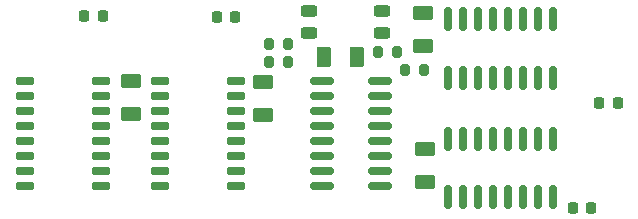
<source format=gbr>
G04 #@! TF.GenerationSoftware,KiCad,Pcbnew,6.0.11*
G04 #@! TF.CreationDate,2024-12-01T17:45:41+01:00*
G04 #@! TF.ProjectId,CCS_analog_mux-16in-18out,4343535f-616e-4616-9c6f-675f6d75782d,rev?*
G04 #@! TF.SameCoordinates,Original*
G04 #@! TF.FileFunction,Paste,Top*
G04 #@! TF.FilePolarity,Positive*
%FSLAX46Y46*%
G04 Gerber Fmt 4.6, Leading zero omitted, Abs format (unit mm)*
G04 Created by KiCad (PCBNEW 6.0.11) date 2024-12-01 17:45:41*
%MOMM*%
%LPD*%
G01*
G04 APERTURE LIST*
G04 Aperture macros list*
%AMRoundRect*
0 Rectangle with rounded corners*
0 $1 Rounding radius*
0 $2 $3 $4 $5 $6 $7 $8 $9 X,Y pos of 4 corners*
0 Add a 4 corners polygon primitive as box body*
4,1,4,$2,$3,$4,$5,$6,$7,$8,$9,$2,$3,0*
0 Add four circle primitives for the rounded corners*
1,1,$1+$1,$2,$3*
1,1,$1+$1,$4,$5*
1,1,$1+$1,$6,$7*
1,1,$1+$1,$8,$9*
0 Add four rect primitives between the rounded corners*
20,1,$1+$1,$2,$3,$4,$5,0*
20,1,$1+$1,$4,$5,$6,$7,0*
20,1,$1+$1,$6,$7,$8,$9,0*
20,1,$1+$1,$8,$9,$2,$3,0*%
G04 Aperture macros list end*
%ADD10RoundRect,0.200000X0.200000X0.275000X-0.200000X0.275000X-0.200000X-0.275000X0.200000X-0.275000X0*%
%ADD11RoundRect,0.200000X-0.200000X-0.275000X0.200000X-0.275000X0.200000X0.275000X-0.200000X0.275000X0*%
%ADD12RoundRect,0.243750X0.456250X-0.243750X0.456250X0.243750X-0.456250X0.243750X-0.456250X-0.243750X0*%
%ADD13RoundRect,0.150000X-0.825000X-0.150000X0.825000X-0.150000X0.825000X0.150000X-0.825000X0.150000X0*%
%ADD14RoundRect,0.150000X0.150000X-0.825000X0.150000X0.825000X-0.150000X0.825000X-0.150000X-0.825000X0*%
%ADD15RoundRect,0.250000X-0.625000X0.375000X-0.625000X-0.375000X0.625000X-0.375000X0.625000X0.375000X0*%
%ADD16RoundRect,0.150000X0.650000X0.150000X-0.650000X0.150000X-0.650000X-0.150000X0.650000X-0.150000X0*%
%ADD17RoundRect,0.218750X0.218750X0.256250X-0.218750X0.256250X-0.218750X-0.256250X0.218750X-0.256250X0*%
%ADD18RoundRect,0.250000X0.375000X0.625000X-0.375000X0.625000X-0.375000X-0.625000X0.375000X-0.625000X0*%
%ADD19RoundRect,0.250000X0.625000X-0.375000X0.625000X0.375000X-0.625000X0.375000X-0.625000X-0.375000X0*%
G04 APERTURE END LIST*
D10*
X68345000Y-38840000D03*
X66695000Y-38840000D03*
X70635000Y-40380000D03*
X68985000Y-40380000D03*
D11*
X57455000Y-39740000D03*
X59105000Y-39740000D03*
X57455000Y-38200000D03*
X59105000Y-38200000D03*
D12*
X67030000Y-37257500D03*
X67030000Y-35382500D03*
X60840000Y-35402500D03*
X60840000Y-37277500D03*
D13*
X61945000Y-41335000D03*
X61945000Y-42605000D03*
X61945000Y-43875000D03*
X61945000Y-45145000D03*
X61945000Y-46415000D03*
X61945000Y-47685000D03*
X61945000Y-48955000D03*
X61945000Y-50225000D03*
X66895000Y-50225000D03*
X66895000Y-48955000D03*
X66895000Y-47685000D03*
X66895000Y-46415000D03*
X66895000Y-45145000D03*
X66895000Y-43875000D03*
X66895000Y-42605000D03*
X66895000Y-41335000D03*
D14*
X72615500Y-36119500D03*
X73885500Y-36119500D03*
X75155500Y-36119500D03*
X76425500Y-36119500D03*
X77695500Y-36119500D03*
X78965500Y-36119500D03*
X80235500Y-36119500D03*
X81505500Y-36119500D03*
X81505500Y-41069500D03*
X80235500Y-41069500D03*
X78965500Y-41069500D03*
X77695500Y-41069500D03*
X76425500Y-41069500D03*
X75155500Y-41069500D03*
X73885500Y-41069500D03*
X72615500Y-41069500D03*
D15*
X70540000Y-38350000D03*
X70540000Y-35550000D03*
D16*
X48220000Y-50215000D03*
X48220000Y-48945000D03*
X48220000Y-47675000D03*
X48220000Y-46405000D03*
X48220000Y-45135000D03*
X48220000Y-43865000D03*
X48220000Y-42595000D03*
X48220000Y-41325000D03*
X54720000Y-41325000D03*
X54720000Y-42595000D03*
X54720000Y-43865000D03*
X54720000Y-45135000D03*
X54720000Y-46405000D03*
X54720000Y-47675000D03*
X54720000Y-48945000D03*
X54720000Y-50215000D03*
X36790000Y-50215000D03*
X36790000Y-48945000D03*
X36790000Y-47675000D03*
X36790000Y-46405000D03*
X36790000Y-45135000D03*
X36790000Y-43865000D03*
X36790000Y-42595000D03*
X36790000Y-41325000D03*
X43290000Y-41325000D03*
X43290000Y-42595000D03*
X43290000Y-43865000D03*
X43290000Y-45135000D03*
X43290000Y-46405000D03*
X43290000Y-47675000D03*
X43290000Y-48945000D03*
X43290000Y-50215000D03*
D14*
X72615500Y-46216000D03*
X73885500Y-46216000D03*
X75155500Y-46216000D03*
X76425500Y-46216000D03*
X77695500Y-46216000D03*
X78965500Y-46216000D03*
X80235500Y-46216000D03*
X81505500Y-46216000D03*
X81505500Y-51166000D03*
X80235500Y-51166000D03*
X78965500Y-51166000D03*
X77695500Y-51166000D03*
X76425500Y-51166000D03*
X75155500Y-51166000D03*
X73885500Y-51166000D03*
X72615500Y-51166000D03*
D17*
X53044700Y-35902100D03*
X54619700Y-35902100D03*
X41817800Y-35800500D03*
X43392800Y-35800500D03*
X85442500Y-43220000D03*
X87017500Y-43220000D03*
X83181800Y-52094600D03*
X84756800Y-52094600D03*
D15*
X70670000Y-49850000D03*
X70670000Y-47050000D03*
D18*
X62140000Y-39290000D03*
X64940000Y-39290000D03*
D19*
X45755000Y-41322000D03*
X45755000Y-44122000D03*
X56990000Y-41420000D03*
X56990000Y-44220000D03*
M02*

</source>
